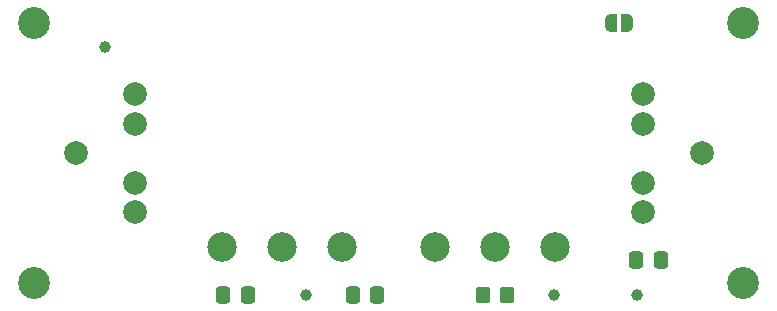
<source format=gbs>
%TF.GenerationSoftware,KiCad,Pcbnew,(5.99.0-12063-ga3441a969d)*%
%TF.CreationDate,2021-08-23T19:33:07+08:00*%
%TF.ProjectId,CW-PHONE-BAND-PASS,43572d50-484f-44e4-952d-42414e442d50,rev?*%
%TF.SameCoordinates,PX5a995c0PY6422c40*%
%TF.FileFunction,Soldermask,Bot*%
%TF.FilePolarity,Negative*%
%FSLAX46Y46*%
G04 Gerber Fmt 4.6, Leading zero omitted, Abs format (unit mm)*
G04 Created by KiCad (PCBNEW (5.99.0-12063-ga3441a969d)) date 2021-08-23 19:33:07*
%MOMM*%
%LPD*%
G01*
G04 APERTURE LIST*
G04 Aperture macros list*
%AMRoundRect*
0 Rectangle with rounded corners*
0 $1 Rounding radius*
0 $2 $3 $4 $5 $6 $7 $8 $9 X,Y pos of 4 corners*
0 Add a 4 corners polygon primitive as box body*
4,1,4,$2,$3,$4,$5,$6,$7,$8,$9,$2,$3,0*
0 Add four circle primitives for the rounded corners*
1,1,$1+$1,$2,$3*
1,1,$1+$1,$4,$5*
1,1,$1+$1,$6,$7*
1,1,$1+$1,$8,$9*
0 Add four rect primitives between the rounded corners*
20,1,$1+$1,$2,$3,$4,$5,0*
20,1,$1+$1,$4,$5,$6,$7,0*
20,1,$1+$1,$6,$7,$8,$9,0*
20,1,$1+$1,$8,$9,$2,$3,0*%
%AMFreePoly0*
4,1,22,0.500000,-0.750000,0.000000,-0.750000,0.000000,-0.745033,-0.079941,-0.743568,-0.215256,-0.701293,-0.333266,-0.622738,-0.424486,-0.514219,-0.481581,-0.384460,-0.499164,-0.250000,-0.500000,-0.250000,-0.500000,0.250000,-0.499164,0.250000,-0.499963,0.256109,-0.478152,0.396186,-0.417904,0.524511,-0.324060,0.630769,-0.204165,0.706417,-0.067858,0.745374,0.000000,0.744959,0.000000,0.750000,
0.500000,0.750000,0.500000,-0.750000,0.500000,-0.750000,$1*%
%AMFreePoly1*
4,1,20,0.000000,0.744959,0.073905,0.744508,0.209726,0.703889,0.328688,0.626782,0.421226,0.519385,0.479903,0.390333,0.500000,0.250000,0.500000,-0.250000,0.499851,-0.262216,0.476331,-0.402017,0.414519,-0.529596,0.319384,-0.634700,0.198574,-0.708877,0.061801,-0.746166,0.000000,-0.745033,0.000000,-0.750000,-0.500000,-0.750000,-0.500000,0.750000,0.000000,0.750000,0.000000,0.744959,
0.000000,0.744959,$1*%
G04 Aperture macros list end*
%ADD10C,2.700000*%
%ADD11C,2.500000*%
%ADD12RoundRect,0.250000X0.337500X0.475000X-0.337500X0.475000X-0.337500X-0.475000X0.337500X-0.475000X0*%
%ADD13C,2.000000*%
%ADD14C,1.000000*%
%ADD15RoundRect,0.250000X-0.337500X-0.475000X0.337500X-0.475000X0.337500X0.475000X-0.337500X0.475000X0*%
%ADD16RoundRect,0.250000X0.350000X0.450000X-0.350000X0.450000X-0.350000X-0.450000X0.350000X-0.450000X0*%
%ADD17FreePoly0,0.000000*%
%ADD18FreePoly1,0.000000*%
G04 APERTURE END LIST*
D10*
%TO.C,H1*%
X68000000Y8000000D03*
%TD*%
D11*
%TO.C,RV2*%
X41920000Y11095000D03*
X47000000Y11095000D03*
X52080000Y11095000D03*
%TD*%
%TO.C,RV1*%
X23920000Y11095000D03*
X29000000Y11095000D03*
X34080000Y11095000D03*
%TD*%
D10*
%TO.C,H3*%
X8000000Y30000000D03*
%TD*%
%TO.C,H4*%
X68000000Y30000000D03*
%TD*%
%TO.C,H2*%
X8000000Y8000000D03*
%TD*%
D12*
%TO.C,C1*%
X26037500Y7000000D03*
X23962500Y7000000D03*
%TD*%
D13*
%TO.C,J1*%
X16500000Y14000000D03*
X16500000Y16500000D03*
X11500000Y19000000D03*
X16500000Y24000000D03*
X16500000Y21500000D03*
%TD*%
D14*
%TO.C,TP3*%
X52000000Y7000000D03*
%TD*%
D15*
%TO.C,C2*%
X34962500Y7000000D03*
X37037500Y7000000D03*
%TD*%
D14*
%TO.C,TP1*%
X14000000Y28000000D03*
%TD*%
D12*
%TO.C,C3*%
X61037500Y10000000D03*
X58962500Y10000000D03*
%TD*%
D14*
%TO.C,TP2*%
X31000000Y7000000D03*
%TD*%
D16*
%TO.C,R1*%
X48000000Y7000000D03*
X46000000Y7000000D03*
%TD*%
D17*
%TO.C,JP1*%
X56850000Y30000000D03*
D18*
X58150000Y30000000D03*
%TD*%
D14*
%TO.C,TP4*%
X59000000Y7000000D03*
%TD*%
D13*
%TO.C,J2*%
X59500000Y24000000D03*
X59500000Y21500000D03*
X64500000Y19000000D03*
X59500000Y14000000D03*
X59500000Y16500000D03*
%TD*%
M02*

</source>
